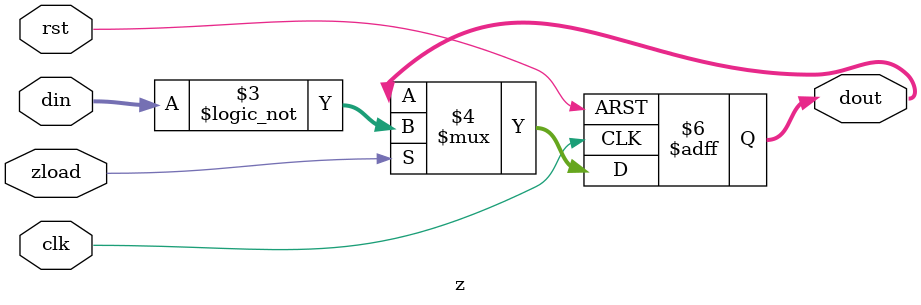
<source format=v>
/*标志寄存器*/
module z(
    input[7:0]          din,
    input               clk, rst, zload, 
    output reg[7:0]     dout
    );
    always @(posedge clk or negedge rst) begin
        if(rst == 0) begin
            dout <= 0;
        end
        else if(zload) begin
            dout <= !din;
        end
    end
endmodule
</source>
